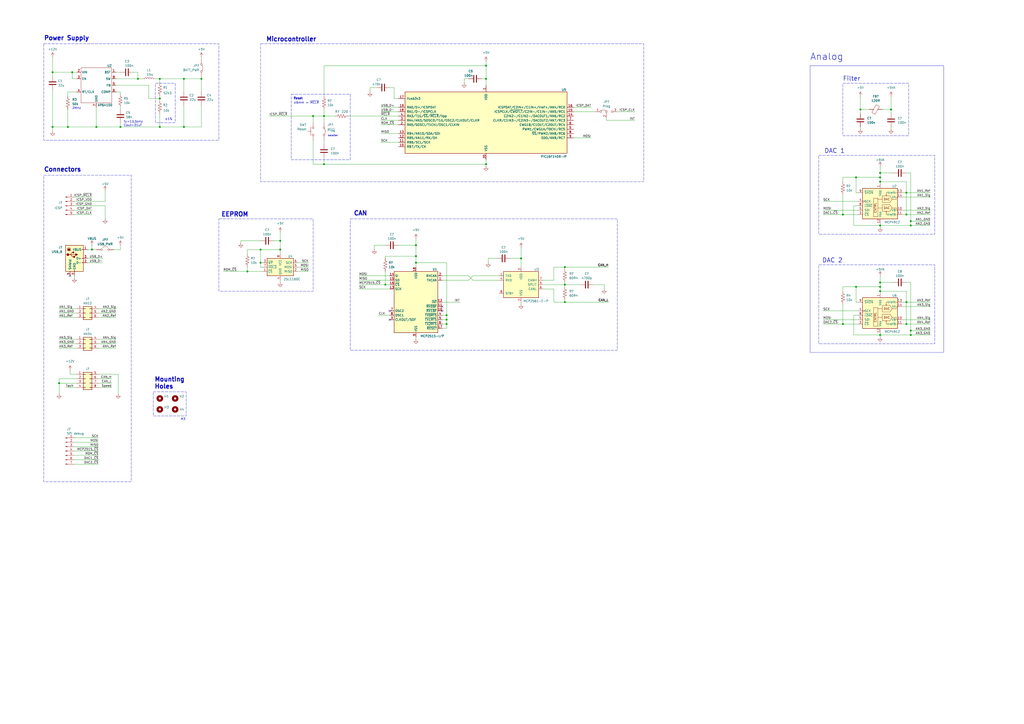
<source format=kicad_sch>
(kicad_sch (version 20250114) (generator "eeschema") (generator_version "9.0")
  (paper "A2")
  (rectangle (start 488.95 48.26) (end 527.05 78.74) (stroke (width 0) (type dash)))
  (rectangle (start 25.4 25.4) (end 127 81.28) (stroke (width 0) (type dash)))
  (rectangle (start 127 127) (end 181.61 168.91) (stroke (width 0) (type dash)))
  (rectangle (start 88.9 227.33) (end 107.95 241.3) (stroke (width 0) (type dash)))
  (rectangle (start 90.17 48.26) (end 101.6 71.12) (stroke (width 0) (type dash)))
  (rectangle (start 168.91 54.61) (end 203.2 92.71) (stroke (width 0) (type dash)))
  (rectangle (start 474.98 153.67) (end 542.29 199.39) (stroke (width 0) (type dash)))
  (rectangle (start 203.2 127) (end 358.14 203.2) (stroke (width 0) (type dash)))
  (rectangle (start 25.4 101.6) (end 76.2 279.4) (stroke (width 0) (type dash)))
  (rectangle (start 474.98 90.17) (end 542.29 135.89) (stroke (width 0) (type dash)))
  (rectangle (start 151.13 25.4) (end 373.38 105.41) (stroke (width 0) (type dash)))
  (rectangle (start 469.9 38.1) (end 547.37 204.47))
  (text "Connectors" (at 25.4 98.425 0) (effects (font (size 2.54 2.54) (thickness 0.508) (bold yes)) (justify left)))
  (text "Power Supply" (at 25.4 22.225 0) (effects (font (size 2.54 2.54) (thickness 0.508) (bold yes)) (justify left)))
  (text "CAN" (at 205.105 123.825 0) (effects (font (size 2.54 2.54) (thickness 0.508) (bold yes)) (justify left)))
  (text "2MHz\n" (at 44.45 62.865 0) (effects (font (size 1.27 1.27))))
  (text "±1%" (at 97.79 69.215 0) (effects (font (size 1.27 1.27))))
  (text "Reset" (at 170.18 57.15 0) (effects (font (size 1.27 1.27) (thickness 0.254) (bold yes)) (justify left)))
  (text "fc=13.5kHz\nCout=31uF" (at 71.755 71.755 0) (effects (font (size 1.27 1.27)) (justify left)))
  (text "Mounting\nHoles" (at 89.535 222.25 0) (effects (font (size 2.54 2.54) (thickness 0.508) (bold yes)) (justify left)))
  (text "Filter\n" (at 494.03 45.72 0) (effects (font (size 2.54 2.54) (thickness 0.254) (bold yes))))
  (text "M3\n" (at 104.775 243.205 0) (effects (font (size 1.27 1.27)) (justify left)))
  (text "EEPROM" (at 128.27 124.46 0) (effects (font (size 2.54 2.54) (thickness 0.508) (bold yes)) (justify left)))
  (text "≤6mm ↔ ~{MCLR}" (at 170.18 59.69 0) (effects (font (size 1.27 1.27)) (justify left)))
  (text "DAC 1" (at 478.155 87.63 0) (effects (font (size 2.54 2.54) (thickness 0.254) (bold yes)) (justify left)))
  (text "Microcontroller" (at 154.305 22.86 0) (effects (font (size 2.54 2.54) (thickness 0.508) (bold yes)) (justify left)))
  (text "Analog" (at 469.9 33.02 0) (effects (font (size 3.81 3.81) (thickness 0.254) (bold yes)) (justify left)))
  (text "Isolation" (at 193.04 78.74 0) (effects (font (size 0.889 0.889))))
  (text "DAC 2" (at 476.885 151.13 0) (effects (font (size 2.54 2.54) (thickness 0.254) (bold yes)) (justify left)))
  (junction (at 510.54 166.37))
  (junction (at 106.68 45.72))
  (junction (at 510.54 168.91))
  (junction (at 162.56 144.78))
  (junction (at 510.54 100.33))
  (junction (at 55.88 73.66))
  (junction (at 39.37 73.66))
  (junction (at 528.32 130.81))
  (junction (at 106.68 73.66))
  (junction (at 259.08 185.42))
  (junction (at 499.11 63.5))
  (junction (at 34.29 222.25))
  (junction (at 496.57 166.37))
  (junction (at 162.56 139.7))
  (junction (at 525.78 111.76))
  (junction (at 488.95 187.96))
  (junction (at 92.71 73.66))
  (junction (at 281.94 38.1))
  (junction (at 116.84 45.72))
  (junction (at 259.08 182.88))
  (junction (at 327.66 165.1))
  (junction (at 281.94 45.72))
  (junction (at 53.34 144.78))
  (junction (at 488.95 124.46))
  (junction (at 510.54 130.81))
  (junction (at 281.94 95.25))
  (junction (at 30.48 41.91))
  (junction (at 241.3 142.24))
  (junction (at 516.89 63.5))
  (junction (at 80.01 45.72))
  (junction (at 187.96 67.31))
  (junction (at 510.54 102.87))
  (junction (at 525.78 124.46))
  (junction (at 510.54 194.31))
  (junction (at 92.71 57.15))
  (junction (at 528.32 191.77))
  (junction (at 525.78 175.26))
  (junction (at 30.48 73.66))
  (junction (at 92.71 45.72))
  (junction (at 241.3 152.4))
  (junction (at 327.66 175.26))
  (junction (at 302.26 149.86))
  (junction (at 327.66 154.94))
  (junction (at 151.13 152.4))
  (junction (at 41.91 41.91))
  (junction (at 510.54 163.83))
  (junction (at 143.51 157.48))
  (junction (at 241.3 148.59))
  (junction (at 496.57 102.87))
  (junction (at 223.52 165.1))
  (junction (at 151.13 144.78))
  (junction (at 528.32 194.31))
  (junction (at 510.54 105.41))
  (junction (at 69.85 73.66))
  (junction (at 525.78 187.96))
  (junction (at 187.96 95.25))
  (junction (at 181.61 67.31))
  (junction (at 259.08 187.96))
  (junction (at 528.32 128.27))
  (no_connect (at 40.64 160.02))
  (no_connect (at 256.54 177.8))
  (no_connect (at 226.06 185.42))
  (no_connect (at 226.06 180.34))
  (no_connect (at 256.54 180.34))
  (wire (pts (xy 256.54 162.56) (xy 271.78 162.56)))
  (wire (pts (xy 187.96 95.25) (xy 187.96 91.44)))
  (wire (pts (xy 241.3 142.24) (xy 241.3 148.59)))
  (wire (pts (xy 44.45 222.25) (xy 34.29 222.25)))
  (wire (pts (xy 57.15 219.71) (xy 64.77 219.71)))
  (wire (pts (xy 106.68 45.72) (xy 116.84 45.72)))
  (wire (pts (xy 495.3 182.88) (xy 497.84 182.88)))
  (wire (pts (xy 259.08 187.96) (xy 259.08 185.42)))
  (wire (pts (xy 495.3 119.38) (xy 497.84 119.38)))
  (wire (pts (xy 187.96 38.1) (xy 281.94 38.1)))
  (wire (pts (xy 256.54 187.96) (xy 259.08 187.96)))
  (wire (pts (xy 44.45 41.91) (xy 41.91 41.91)))
  (wire (pts (xy 332.74 80.01) (xy 342.9 80.01)))
  (wire (pts (xy 53.34 142.24) (xy 53.34 144.78)))
  (wire (pts (xy 510.54 168.91) (xy 510.54 170.18)))
  (wire (pts (xy 241.3 195.58) (xy 241.3 196.85)))
  (wire (pts (xy 60.96 116.84) (xy 60.96 110.49)))
  (wire (pts (xy 67.31 53.34) (xy 69.85 53.34)))
  (wire (pts (xy 80.01 45.72) (xy 82.55 45.72)))
  (wire (pts (xy 523.24 114.3) (xy 539.75 114.3)))
  (wire (pts (xy 50.8 149.86) (xy 59.69 149.86)))
  (wire (pts (xy 152.4 152.4) (xy 151.13 152.4)))
  (wire (pts (xy 288.29 149.86) (xy 283.21 149.86)))
  (wire (pts (xy 496.57 175.26) (xy 496.57 166.37)))
  (wire (pts (xy 321.31 175.26) (xy 321.31 167.64)))
  (wire (pts (xy 525.78 124.46) (xy 539.75 124.46)))
  (wire (pts (xy 488.95 187.96) (xy 497.84 187.96)))
  (wire (pts (xy 528.32 128.27) (xy 539.75 128.27)))
  (wire (pts (xy 143.51 144.78) (xy 151.13 144.78)))
  (wire (pts (xy 92.71 73.66) (xy 106.68 73.66)))
  (wire (pts (xy 187.96 38.1) (xy 187.96 55.88)))
  (wire (pts (xy 351.79 69.85) (xy 368.3 69.85)))
  (wire (pts (xy 523.24 124.46) (xy 525.78 124.46)))
  (wire (pts (xy 44.45 53.34) (xy 39.37 53.34)))
  (wire (pts (xy 477.52 180.34) (xy 497.84 180.34)))
  (wire (pts (xy 510.54 193.04) (xy 510.54 194.31)))
  (wire (pts (xy 516.89 66.04) (xy 516.89 63.5)))
  (wire (pts (xy 259.08 185.42) (xy 259.08 182.88)))
  (wire (pts (xy 510.54 194.31) (xy 510.54 195.58)))
  (wire (pts (xy 525.78 168.91) (xy 510.54 168.91)))
  (wire (pts (xy 69.85 53.34) (xy 69.85 54.61)))
  (wire (pts (xy 66.04 144.78) (xy 69.85 144.78)))
  (wire (pts (xy 223.52 165.1) (xy 223.52 157.48)))
  (wire (pts (xy 34.29 222.25) (xy 34.29 228.6)))
  (wire (pts (xy 44.45 219.71) (xy 34.29 219.71)))
  (wire (pts (xy 43.18 261.62) (xy 57.15 261.62)))
  (wire (pts (xy 344.17 165.1) (xy 350.52 165.1)))
  (wire (pts (xy 220.98 82.55) (xy 231.14 82.55)))
  (wire (pts (xy 495.3 130.81) (xy 510.54 130.81)))
  (wire (pts (xy 34.29 184.15) (xy 44.45 184.15)))
  (wire (pts (xy 528.32 130.81) (xy 510.54 130.81)))
  (wire (pts (xy 208.28 165.1) (xy 223.52 165.1)))
  (wire (pts (xy 528.32 128.27) (xy 528.32 130.81)))
  (wire (pts (xy 43.18 264.16) (xy 57.15 264.16)))
  (wire (pts (xy 497.84 111.76) (xy 496.57 111.76)))
  (wire (pts (xy 30.48 41.91) (xy 30.48 44.45)))
  (wire (pts (xy 220.98 69.85) (xy 231.14 69.85)))
  (wire (pts (xy 208.28 160.02) (xy 226.06 160.02)))
  (wire (pts (xy 525.78 105.41) (xy 525.78 111.76)))
  (wire (pts (xy 496.57 102.87) (xy 510.54 102.87)))
  (wire (pts (xy 57.15 196.85) (xy 67.31 196.85)))
  (wire (pts (xy 496.57 111.76) (xy 496.57 102.87)))
  (wire (pts (xy 525.78 168.91) (xy 525.78 175.26)))
  (wire (pts (xy 219.71 182.88) (xy 226.06 182.88)))
  (wire (pts (xy 327.66 165.1) (xy 327.66 166.37)))
  (wire (pts (xy 477.52 185.42) (xy 497.84 185.42)))
  (wire (pts (xy 321.31 154.94) (xy 321.31 162.56)))
  (wire (pts (xy 39.37 53.34) (xy 39.37 55.88)))
  (wire (pts (xy 499.11 63.5) (xy 504.19 63.5)))
  (wire (pts (xy 92.71 66.04) (xy 92.71 73.66)))
  (wire (pts (xy 57.15 217.17) (xy 68.58 217.17)))
  (wire (pts (xy 143.51 147.32) (xy 143.51 144.78)))
  (wire (pts (xy 332.74 62.23) (xy 342.9 62.23)))
  (wire (pts (xy 281.94 45.72) (xy 279.4 45.72)))
  (wire (pts (xy 281.94 49.53) (xy 281.94 45.72)))
  (wire (pts (xy 241.3 148.59) (xy 241.3 152.4)))
  (wire (pts (xy 525.78 175.26) (xy 539.75 175.26)))
  (wire (pts (xy 156.21 67.31) (xy 181.61 67.31)))
  (wire (pts (xy 525.78 111.76) (xy 539.75 111.76)))
  (wire (pts (xy 510.54 163.83) (xy 510.54 166.37)))
  (wire (pts (xy 68.58 217.17) (xy 68.58 228.6)))
  (wire (pts (xy 495.3 130.81) (xy 495.3 119.38)))
  (wire (pts (xy 39.37 63.5) (xy 39.37 73.66)))
  (wire (pts (xy 43.18 114.3) (xy 53.34 114.3)))
  (wire (pts (xy 217.17 142.24) (xy 217.17 144.78)))
  (wire (pts (xy 92.71 45.72) (xy 92.71 48.26)))
  (wire (pts (xy 510.54 160.02) (xy 510.54 163.83)))
  (wire (pts (xy 528.32 191.77) (xy 528.32 194.31)))
  (wire (pts (xy 60.96 119.38) (xy 60.96 127)))
  (wire (pts (xy 231.14 57.15) (xy 228.6 57.15)))
  (wire (pts (xy 528.32 100.33) (xy 528.32 128.27)))
  (wire (pts (xy 151.13 154.94) (xy 151.13 152.4)))
  (wire (pts (xy 525.78 105.41) (xy 510.54 105.41)))
  (wire (pts (xy 528.32 163.83) (xy 528.32 191.77)))
  (wire (pts (xy 151.13 144.78) (xy 162.56 144.78)))
  (wire (pts (xy 327.66 165.1) (xy 336.55 165.1)))
  (wire (pts (xy 143.51 157.48) (xy 143.51 154.94)))
  (wire (pts (xy 516.89 73.66) (xy 516.89 74.93)))
  (wire (pts (xy 525.78 187.96) (xy 539.75 187.96)))
  (wire (pts (xy 162.56 139.7) (xy 162.56 144.78)))
  (wire (pts (xy 172.72 157.48) (xy 179.07 157.48)))
  (wire (pts (xy 106.68 73.66) (xy 116.84 73.66)))
  (wire (pts (xy 327.66 154.94) (xy 353.06 154.94)))
  (wire (pts (xy 228.6 50.8) (xy 226.06 50.8)))
  (wire (pts (xy 327.66 175.26) (xy 353.06 175.26)))
  (wire (pts (xy 116.84 60.96) (xy 116.84 73.66)))
  (wire (pts (xy 55.88 62.23) (xy 55.88 73.66)))
  (wire (pts (xy 332.74 64.77) (xy 345.44 64.77)))
  (wire (pts (xy 295.91 149.86) (xy 302.26 149.86)))
  (wire (pts (xy 34.29 181.61) (xy 44.45 181.61)))
  (wire (pts (xy 41.91 45.72) (xy 41.91 41.91)))
  (wire (pts (xy 223.52 149.86) (xy 223.52 148.59)))
  (wire (pts (xy 228.6 57.15) (xy 228.6 50.8)))
  (wire (pts (xy 327.66 173.99) (xy 327.66 175.26)))
  (wire (pts (xy 214.63 50.8) (xy 214.63 53.34)))
  (wire (pts (xy 30.48 73.66) (xy 30.48 76.2)))
  (wire (pts (xy 488.95 102.87) (xy 496.57 102.87)))
  (wire (pts (xy 314.96 165.1) (xy 327.66 165.1)))
  (wire (pts (xy 44.45 217.17) (xy 40.64 217.17)))
  (wire (pts (xy 283.21 149.86) (xy 283.21 152.4)))
  (wire (pts (xy 528.32 194.31) (xy 539.75 194.31)))
  (wire (pts (xy 181.61 67.31) (xy 181.61 71.12)))
  (wire (pts (xy 92.71 57.15) (xy 86.36 57.15)))
  (wire (pts (xy 259.08 152.4) (xy 259.08 182.88)))
  (wire (pts (xy 38.1 224.79) (xy 44.45 224.79)))
  (wire (pts (xy 92.71 45.72) (xy 106.68 45.72)))
  (wire (pts (xy 43.18 269.24) (xy 57.15 269.24)))
  (wire (pts (xy 57.15 222.25) (xy 64.77 222.25)))
  (wire (pts (xy 187.96 81.28) (xy 187.96 83.82)))
  (wire (pts (xy 259.08 152.4) (xy 241.3 152.4)))
  (wire (pts (xy 86.36 49.53) (xy 67.31 49.53)))
  (wire (pts (xy 510.54 105.41) (xy 510.54 106.68)))
  (wire (pts (xy 57.15 224.79) (xy 64.77 224.79)))
  (wire (pts (xy 40.64 217.17) (xy 40.64 214.63)))
  (wire (pts (xy 220.98 77.47) (xy 231.14 77.47)))
  (wire (pts (xy 226.06 165.1) (xy 223.52 165.1)))
  (wire (pts (xy 30.48 33.02) (xy 30.48 41.91)))
  (wire (pts (xy 34.29 201.93) (xy 44.45 201.93)))
  (wire (pts (xy 181.61 67.31) (xy 187.96 67.31)))
  (wire (pts (xy 528.32 194.31) (xy 510.54 194.31)))
  (wire (pts (xy 223.52 148.59) (xy 241.3 148.59)))
  (wire (pts (xy 34.29 196.85) (xy 44.45 196.85)))
  (wire (pts (xy 92.71 57.15) (xy 92.71 58.42)))
  (wire (pts (xy 525.78 175.26) (xy 525.78 187.96)))
  (wire (pts (xy 510.54 96.52) (xy 510.54 100.33)))
  (wire (pts (xy 50.8 144.78) (xy 53.34 144.78)))
  (wire (pts (xy 256.54 190.5) (xy 259.08 190.5)))
  (wire (pts (xy 129.54 157.48) (xy 143.51 157.48)))
  (wire (pts (xy 321.31 167.64) (xy 314.96 167.64)))
  (wire (pts (xy 528.32 130.81) (xy 539.75 130.81)))
  (wire (pts (xy 495.3 194.31) (xy 510.54 194.31)))
  (wire (pts (xy 218.44 50.8) (xy 214.63 50.8)))
  (wire (pts (xy 281.94 95.25) (xy 281.94 96.52)))
  (wire (pts (xy 358.14 64.77) (xy 368.3 64.77)))
  (wire (pts (xy 499.11 55.88) (xy 499.11 63.5)))
  (wire (pts (xy 55.88 73.66) (xy 39.37 73.66)))
  (wire (pts (xy 510.54 100.33) (xy 518.16 100.33)))
  (wire (pts (xy 43.18 259.08) (xy 57.15 259.08)))
  (wire (pts (xy 516.89 55.88) (xy 516.89 63.5)))
  (wire (pts (xy 528.32 191.77) (xy 539.75 191.77)))
  (wire (pts (xy 43.18 256.54) (xy 57.15 256.54)))
  (wire (pts (xy 510.54 166.37) (xy 510.54 168.91)))
  (wire (pts (xy 488.95 168.91) (xy 488.95 166.37)))
  (wire (pts (xy 57.15 181.61) (xy 67.31 181.61)))
  (wire (pts (xy 201.93 67.31) (xy 231.14 67.31)))
  (wire (pts (xy 106.68 45.72) (xy 106.68 53.34)))
  (wire (pts (xy 523.24 175.26) (xy 525.78 175.26)))
  (wire (pts (xy 181.61 81.28) (xy 181.61 95.25)))
  (wire (pts (xy 92.71 73.66) (xy 69.85 73.66)))
  (wire (pts (xy 488.95 166.37) (xy 496.57 166.37)))
  (wire (pts (xy 220.98 64.77) (xy 231.14 64.77)))
  (wire (pts (xy 488.95 124.46) (xy 497.84 124.46)))
  (wire (pts (xy 69.85 62.23) (xy 69.85 63.5)))
  (wire (pts (xy 172.72 154.94) (xy 179.07 154.94)))
  (wire (pts (xy 510.54 102.87) (xy 510.54 105.41)))
  (wire (pts (xy 57.15 179.07) (xy 67.31 179.07)))
  (wire (pts (xy 44.45 45.72) (xy 41.91 45.72)))
  (wire (pts (xy 496.57 166.37) (xy 510.54 166.37)))
  (wire (pts (xy 77.47 41.91) (xy 80.01 41.91)))
  (wire (pts (xy 274.32 160.02) (xy 271.78 162.56)))
  (wire (pts (xy 90.17 45.72) (xy 92.71 45.72)))
  (wire (pts (xy 327.66 163.83) (xy 327.66 165.1)))
  (wire (pts (xy 523.24 121.92) (xy 539.75 121.92)))
  (wire (pts (xy 488.95 113.03) (xy 488.95 124.46)))
  (wire (pts (xy 269.24 45.72) (xy 271.78 45.72)))
  (wire (pts (xy 523.24 177.8) (xy 539.75 177.8)))
  (wire (pts (xy 162.56 162.56) (xy 162.56 163.83)))
  (wire (pts (xy 256.54 182.88) (xy 259.08 182.88)))
  (wire (pts (xy 162.56 144.78) (xy 162.56 147.32)))
  (wire (pts (xy 151.13 144.78) (xy 151.13 152.4)))
  (wire (pts (xy 57.15 201.93) (xy 67.31 201.93)))
  (wire (pts (xy 510.54 130.81) (xy 510.54 132.08)))
  (wire (pts (xy 57.15 199.39) (xy 67.31 199.39)))
  (wire (pts (xy 34.29 179.07) (xy 44.45 179.07)))
  (wire (pts (xy 92.71 55.88) (xy 92.71 57.15)))
  (wire (pts (xy 281.94 92.71) (xy 281.94 95.25)))
  (wire (pts (xy 116.84 45.72) (xy 116.84 53.34)))
  (wire (pts (xy 477.52 187.96) (xy 488.95 187.96)))
  (wire (pts (xy 67.31 45.72) (xy 80.01 45.72)))
  (wire (pts (xy 43.18 266.7) (xy 57.15 266.7)))
  (wire (pts (xy 495.3 194.31) (xy 495.3 182.88)))
  (wire (pts (xy 34.29 219.71) (xy 34.29 222.25)))
  (wire (pts (xy 80.01 41.91) (xy 80.01 45.72)))
  (wire (pts (xy 208.28 167.64) (xy 226.06 167.64)))
  (wire (pts (xy 69.85 73.66) (xy 55.88 73.66)))
  (wire (pts (xy 158.75 139.7) (xy 162.56 139.7)))
  (wire (pts (xy 220.98 72.39) (xy 231.14 72.39)))
  (wire (pts (xy 67.31 41.91) (xy 69.85 41.91)))
  (wire (pts (xy 162.56 134.62) (xy 162.56 139.7)))
  (wire (pts (xy 187.96 95.25) (xy 281.94 95.25)))
  (wire (pts (xy 69.85 71.12) (xy 69.85 73.66)))
  (wire (pts (xy 525.78 100.33) (xy 528.32 100.33)))
  (wire (pts (xy 223.52 142.24) (xy 217.17 142.24)))
  (wire (pts (xy 327.66 154.94) (xy 321.31 154.94)))
  (wire (pts (xy 327.66 175.26) (xy 321.31 175.26)))
  (wire (pts (xy 241.3 138.43) (xy 241.3 142.24)))
  (wire (pts (xy 510.54 100.33) (xy 510.54 102.87)))
  (wire (pts (xy 43.18 116.84) (xy 60.96 116.84)))
  (wire (pts (xy 187.96 67.31) (xy 194.31 67.31)))
  (wire (pts (xy 523.24 111.76) (xy 525.78 111.76)))
  (wire (pts (xy 50.8 152.4) (xy 59.69 152.4)))
  (wire (pts (xy 57.15 184.15) (xy 67.31 184.15)))
  (wire (pts (xy 30.48 52.07) (xy 30.48 73.66)))
  (wire (pts (xy 43.18 119.38) (xy 60.96 119.38)))
  (wire (pts (xy 187.96 67.31) (xy 187.96 71.12)))
  (wire (pts (xy 499.11 73.66) (xy 499.11 74.93)))
  (wire (pts (xy 241.3 152.4) (xy 241.3 154.94)))
  (wire (pts (xy 181.61 95.25) (xy 187.96 95.25)))
  (wire (pts (xy 172.72 152.4) (xy 179.07 152.4)))
  (wire (pts (xy 321.31 162.56) (xy 314.96 162.56)))
  (wire (pts (xy 106.68 60.96) (xy 106.68 73.66)))
  (wire (pts (xy 116.84 44.45) (xy 116.84 45.72)))
  (wire (pts (xy 41.91 41.91) (xy 30.48 41.91)))
  (wire (pts (xy 43.18 124.46) (xy 53.34 124.46)))
  (wire (pts (xy 523.24 185.42) (xy 539.75 185.42)))
  (wire (pts (xy 43.18 160.02) (xy 43.18 161.29)))
  (wire (pts (xy 152.4 154.94) (xy 151.13 154.94)))
  (wire (pts (xy 231.14 142.24) (xy 241.3 142.24)))
  (wire (pts (xy 516.89 63.5) (xy 511.81 63.5)))
  (wire (pts (xy 256.54 160.02) (xy 271.78 160.02)))
  (wire (pts (xy 488.95 105.41) (xy 488.95 102.87)))
  (wire (pts (xy 488.95 176.53) (xy 488.95 187.96)))
  (wire (pts (xy 269.24 48.26) (xy 269.24 45.72)))
  (wire (pts (xy 327.66 156.21) (xy 327.66 154.94)))
  (wire (pts (xy 499.11 63.5) (xy 499.11 66.04)))
  (wire (pts (xy 302.26 175.26) (xy 302.26 176.53)))
  (wire (pts (xy 523.24 187.96) (xy 525.78 187.96)))
  (wire (pts (xy 43.18 254) (xy 57.15 254)))
  (wire (pts (xy 34.29 199.39) (xy 44.45 199.39)))
  (wire (pts (xy 350.52 165.1) (xy 350.52 167.64)))
  (wire (pts (xy 477.52 124.46) (xy 488.95 124.46)))
  (wire (pts (xy 139.7 139.7) (xy 139.7 140.97)))
  (wire (pts (xy 86.36 57.15) (xy 86.36 49.53)))
  (wire (pts (xy 139.7 139.7) (xy 151.13 139.7)))
  (wire (pts (xy 497.84 175.26) (xy 496.57 175.26)))
  (wire (pts (xy 351.79 68.58) (xy 351.79 69.85)))
  (wire (pts (xy 281.94 38.1) (xy 281.94 45.72)))
  (wire (pts (xy 302.26 143.51) (xy 302.26 149.86)))
  (wire (pts (xy 152.4 157.48) (xy 143.51 157.48)))
  (wire (pts (xy 259.08 190.5) (xy 259.08 187.96)))
  (wire (pts (xy 39.37 73.66) (xy 30.48 73.66)))
  (wire (pts (xy 525.78 163.83) (xy 528.32 163.83)))
  (wire (pts (xy 510.54 163.83) (xy 518.16 163.83)))
  (wire (pts (xy 53.34 144.78) (xy 55.88 144.78)))
  (wire (pts (xy 116.84 33.02) (xy 116.84 34.29)))
  (wire (pts (xy 477.52 121.92) (xy 497.84 121.92)))
  (wire (pts (xy 281.94 35.56) (xy 281.94 38.1)))
  (wire (pts (xy 256.54 175.26) (xy 266.7 175.26)))
  (wire (pts (xy 256.54 185.42) (xy 259.08 185.42)))
  (wire (pts (xy 510.54 129.54) (xy 510.54 130.81)))
  (wire (pts (xy 220.98 62.23) (xy 231.14 62.23)))
  (wire (pts (xy 274.32 162.56) (xy 289.56 162.56)))
  (wire (pts (xy 477.52 116.84) (xy 497.84 116.84)))
  (wire (pts (xy 208.28 162.56) (xy 226.06 162.56)))
  (wire (pts (xy 274.32 160.02) (xy 289.56 160.02)))
  (wire (pts (xy 69.85 144.78) (xy 69.85 142.24)))
  (wire (pts (xy 271.78 160.02) (xy 274.32 162.56)))
  (wire (pts (xy 525.78 111.76) (xy 525.78 124.46)))
  (wire (pts (xy 187.96 63.5) (xy 187.96 67.31)))
  (wire (pts (xy 43.18 121.92) (xy 53.34 121.92)))
  (wire (pts (xy 302.26 149.86) (xy 302.26 154.94)))
  (label "DAC1_~{CS}" (at 477.52 124.46 0))
  (label "MISO" (at 57.15 259.08 180))
  (label "CAN_H" (at 353.06 154.94 180) (effects (font (thickness 0.254) (bold yes))))
  (label "AN4_GND" (at 67.31 199.39 180) (effects (font (thickness 0.1588))))
  (label "SCK" (at 179.07 152.4 180) (effects (font (thickness 0.1588))))
  (label "Speed" (at 64.77 224.79 180) (effects (font (thickness 0.1588))))
  (label "CLK" (at 220.98 69.85 0))
  (label "MOSI" (at 342.9 80.01 180) (effects (font (thickness 0.1588))))
  (label "AN4_Ref" (at 539.75 187.96 180))
  (label "ICSP_DAT" (at 342.9 62.23 180))
  (label "CAN_L" (at 64.77 222.25 180))
  (label "AN3_Ref" (at 539.75 175.26 180))
  (label "ROM_~{CS}" (at 129.54 157.48 0) (effects (font (thickness 0.1588))))
  (label "AN2_GND" (at 539.75 130.81 180) (effects (font (thickness 0.1588))))
  (label "MOSI" (at 208.28 160.02 0) (effects (font (thickness 0.1588))))
  (label "AN3_Sig" (at 34.29 196.85 0) (effects (font (thickness 0.1588))))
  (label "AN2_Ref" (at 67.31 184.15 180) (effects (font (thickness 0.1588))))
  (label "AN3_GND" (at 539.75 194.31 180) (effects (font (thickness 0.1588))))
  (label "AN1_Sig" (at 539.75 114.3 180))
  (label "MCP2515_~{CS}" (at 57.15 261.62 180))
  (label "AN2_GND" (at 67.31 181.61 180) (effects (font (thickness 0.1588))))
  (label "INT" (at 368.3 69.85 180))
  (label "CLK" (at 219.71 182.88 0))
  (label "MISO" (at 179.07 157.48 180) (effects (font (thickness 0.1588))))
  (label "INT" (at 266.7 175.26 180) (effects (font (thickness 0.1588))))
  (label "MOSI" (at 179.07 154.94 180) (effects (font (thickness 0.1588))))
  (label "ICSP_CLK" (at 53.34 124.46 180))
  (label "AN2_Sig" (at 67.31 179.07 180) (effects (font (thickness 0.1588))))
  (label "SCK" (at 220.98 82.55 0) (effects (font (thickness 0.1588))))
  (label "Tach" (at 38.1 224.79 0) (effects (font (thickness 0.1588))))
  (label "MCP2515_~{CS}" (at 208.28 165.1 0) (effects (font (thickness 0.1588))))
  (label "AN1_Ref" (at 34.29 184.15 0) (effects (font (thickness 0.1588))))
  (label "ICSP_CLK" (at 368.3 64.77 180))
  (label "USB_D+" (at 220.98 62.23 0))
  (label "SCK" (at 477.52 180.34 0) (effects (font (thickness 0.1588))))
  (label "AN1_Ref" (at 539.75 111.76 180))
  (label "AN4_Ref" (at 67.31 201.93 180) (effects (font (thickness 0.1588))))
  (label "ROM_~{CS}" (at 57.15 264.16 180))
  (label "AN1_Sig" (at 34.29 179.07 0) (effects (font (thickness 0.1588))))
  (label "AN1_GND" (at 34.29 181.61 0) (effects (font (thickness 0.1588))))
  (label "USB_D-" (at 220.98 64.77 0))
  (label "SCK" (at 57.15 254 180))
  (label "AN4_Sig" (at 67.31 196.85 180) (effects (font (thickness 0.1588))))
  (label "MOSI" (at 477.52 121.92 0))
  (label "AN4_Sig" (at 539.75 185.42 180))
  (label "MISO" (at 208.28 162.56 0) (effects (font (thickness 0.1588))))
  (label "DAC1_~{CS}" (at 57.15 266.7 180))
  (label "MOSI" (at 57.15 256.54 180))
  (label "~{MCLR}" (at 220.98 67.31 0))
  (label "AN2_Ref" (at 539.75 124.46 180))
  (label "AN3_GND" (at 539.75 191.77 180) (effects (font (thickness 0.1588))))
  (label "AN3_Sig" (at 539.75 177.8 180))
  (label "DAC2_~{CS}" (at 57.15 269.24 180))
  (label "USB_D-" (at 59.69 152.4 180))
  (label "ICSP_VDD" (at 53.34 116.84 180))
  (label "AN2_Sig" (at 539.75 121.92 180))
  (label "USB_D+" (at 59.69 149.86 180))
  (label "SCK" (at 208.28 167.64 0) (effects (font (thickness 0.1588))))
  (label "ICSP_GND" (at 53.34 119.38 180))
  (label "ROM_~{CS}" (at 220.98 72.39 0))
  (label "ICSP_DAT" (at 53.34 121.92 180))
  (label "ICSP_~{MCLR}" (at 53.34 114.3 180))
  (label "MISO" (at 220.98 77.47 0) (effects (font (thickness 0.1588))))
  (label "AN3_GND" (at 34.29 199.39 0) (effects (font (thickness 0.1588))))
  (label "ICSP_~{MCLR}" (at 156.21 67.31 0))
  (label "MOSI" (at 477.52 185.42 0))
  (label "AN1_GND" (at 539.75 128.27 180) (effects (font (thickness 0.1588))))
  (label "CAN_L" (at 353.06 175.26 180) (effects (font (thickness 0.254) (bold yes))))
  (label "SCK" (at 477.52 116.84 0) (effects (font (thickness 0.1588))))
  (label "DAC2_~{CS}" (at 477.52 187.96 0))
  (label "CAN_H" (at 64.77 219.71 180) (effects (font (thickness 0.1588))))
  (label "AN3_Ref" (at 34.29 201.93 0) (effects (font (thickness 0.1588))))
  (symbol (lib_id "power:GND") (at 241.3 196.85 0) (unit 1)
    (property "Reference" "#PWR028" (effects (hide yes)))
    (property "Value" "GND" (effects (hide yes)))
    (property "Description" "Power symbol creates a global label with name \"GND\" , ground" (effects (hide yes)))
  )
  (symbol (lib_id "Connector:USB_B") (at 43.18 149.86 0) (unit 1)
    (property "Reference" "J?" (at 36.195 143.51 0) (effects (justify right)))
    (property "Value" "USB_B" (at 36.195 146.05 0) (effects (justify right)))
    (property "Description" "USB Type B connector" (effects (hide yes)))
  )
  (symbol (lib_id "Device:C") (at 340.36 165.1 90) (unit 1)
    (property "Reference" "C?" (at 340.36 158.75 90))
    (property "Value" "4700p" (at 340.36 161.29 90))
    (property "Description" "Unpolarized capacitor" (effects (hide yes)))
  )
  (symbol (lib_id "Jumper:Jumper_2_Bridged") (at 116.84 39.37 270) (mirror x) (unit 1)
    (property "Reference" "JP?" (at 115.57 38.0999 90) (effects (justify right)))
    (property "Value" "BATT_PWR" (at 115.57 40.6399 90) (effects (justify right)))
    (property "Description" "Jumper, 2-pole, closed/bridged" (effects (hide yes)))
  )
  (symbol (lib_id "power:+12V") (at 40.64 214.63 0) (unit 1)
    (property "Reference" "#PWR029" (effects (hide yes)))
    (property "Value" "+12V" (at 40.64 209.55 0))
    (property "Description" "Power symbol creates a global label with name \"+12V\"" (effects (hide yes)))
  )
  (symbol (lib_id "power:GND") (at 68.58 228.6 0) (unit 1)
    (property "Reference" "#PWR033" (effects (hide yes)))
    (property "Value" "GND" (effects (hide yes)))
    (property "Description" "Power symbol creates a global label with name \"GND\" , ground" (effects (hide yes)))
  )
  (symbol (lib_id "Connector_Generic:Conn_02x03_Top_Bottom") (at 49.53 199.39 0) (unit 1)
    (property "Reference" "J?" (at 50.8 191.135 0))
    (property "Value" "AN34" (at 50.8 193.675 0))
    (property "Footprint" "Connector_Molex:Molex_Mini-Fit_Jr_5569-06A2_2x03_P4.20mm_Horizontal" (effects (hide yes)))
    (property "Datasheet" "https://www.molex.com/en-us/products/part-detail/39301060?display=pdf" (effects (hide yes)))
    (property "Description" "Generic connector, double row, 02x03, top/bottom pin numbering scheme (row 1: 1...pins_per_row, row2: pins_per_row+1 ... num_pins), script generated (kicad-library-utils/schlib/autogen/connector/)" (effects (hide yes)))
  )
  (symbol (lib_id "Device:C") (at 154.94 139.7 90) (unit 1)
    (property "Reference" "C?" (at 154.94 133.35 90))
    (property "Value" "100n" (at 154.94 135.89 90))
    (property "Description" "Unpolarized capacitor" (effects (hide yes)))
  )
  (symbol (lib_id "Jumper:Jumper_2_Bridged") (at 187.96 76.2 270) (mirror x) (unit 1)
    (property "Reference" "JP?" (at 189.865 72.39 90) (effects (justify left)))
    (property "Value" "~{Prog}" (at 189.865 75.565 90) (effects (justify left)))
    (property "Description" "Jumper, 2-pole, closed/bridged" (effects (hide yes)))
  )
  (symbol (lib_id "Device:C") (at 292.1 149.86 90) (unit 1)
    (property "Reference" "C?" (at 292.1 143.51 90))
    (property "Value" "100n" (at 292.1 146.05 90))
    (property "Description" "Unpolarized capacitor" (effects (hide yes)))
  )
  (symbol (lib_id "Device:C") (at 106.68 57.15 180) (unit 1)
    (property "Reference" "C2" (at 111.125 55.245 0))
    (property "Value" "22u" (at 111.76 57.785 0))
    (property "Description" "Unpolarized capacitor" (effects (hide yes)))
  )
  (symbol (lib_id "Device:C") (at 30.48 48.26 0) (unit 1)
    (property "Reference" "C1" (at 34.925 46.99 0))
    (property "Value" "22u" (at 35.56 49.53 0))
    (property "Description" "Unpolarized capacitor" (effects (hide yes)))
  )
  (symbol (lib_id "Memory_EEPROM:25LCxxx") (at 162.56 154.94 0) (unit 1)
    (property "Reference" "U4" (at 167.005 148.59 0) (effects (justify left)))
    (property "Value" "25LC160C" (at 164.465 161.925 0) (effects (justify left)))
    (property "Datasheet" "http://ww1.microchip.com/downloads/en/DeviceDoc/21832H.pdf" (effects (hide yes)))
    (property "Description" "SPI Serial EEPROM, DIP-8/SOIC-8/TSSOP-8" (effects (hide yes)))
  )
  (symbol (lib_id "Jumper:Jumper_3_Bridged12") (at 351.79 64.77 0) (unit 1) (in_bom no)
    (property "Reference" "JP?" (at 351.79 59.055 0))
    (property "Value" "Prog" (at 351.79 61.595 0))
    (property "Description" "Jumper, 3-pole, pins 1+2 closed/bridged" (effects (hide yes)))
  )
  (symbol (lib_id "power:GND") (at 510.54 132.08 0) (unit 1)
    (property "Reference" "#PWR017" (effects (hide yes)))
    (property "Value" "GND" (effects (hide yes)))
    (property "Description" "Power symbol creates a global label with name \"GND\" , ground" (effects (hide yes)))
  )
  (symbol (lib_id "power:GND") (at 510.54 195.58 0) (unit 1)
    (property "Reference" "#PWR019" (effects (hide yes)))
    (property "Value" "GND" (effects (hide yes)))
    (property "Description" "Power symbol creates a global label with name \"GND\" , ground" (effects (hide yes)))
  )
  (symbol (lib_id "power:GND") (at 281.94 96.52 0) (unit 1)
    (property "Reference" "#PWR01" (effects (hide yes)))
    (property "Value" "GND" (effects (hide yes)))
    (property "Description" "Power symbol creates a global label with name \"GND\" , ground" (effects (hide yes)))
  )
  (symbol (lib_id "Device:R_US") (at 223.52 153.67 0) (unit 1)
    (property "Reference" "R?" (at 225.425 152.4 0) (effects (justify left)))
    (property "Value" "10k" (at 225.425 154.94 0) (effects (justify left)))
    (property "Description" "Resistor, US symbol" (effects (hide yes)))
  )
  (symbol (lib_id "Device:R_US") (at 143.51 151.13 0) (unit 1)
    (property "Reference" "R?" (at 145.415 149.86 0) (effects (justify left)))
    (property "Value" "10k" (at 145.415 152.4 0) (effects (justify left)))
    (property "Description" "Resistor, US symbol" (effects (hide yes)))
  )
  (symbol (lib_id "Mechanical:MountingHole") (at 92.71 231.14 0) (unit 1) (exclude_from_sim yes) (in_bom no)
    (property "Reference" "H1" (at 95.25 229.8699 0) (effects (justify left)))
    (property "Value" "MountingHole" (effects (hide yes)))
    (property "Footprint" "MountingHole:MountingHole_3.2mm_M3_DIN965" (effects (hide yes)))
    (property "Description" "Mounting Hole without connection" (effects (hide yes)))
  )
  (symbol (lib_id "Jumper:Jumper_2_Open") (at 60.96 144.78 0) (unit 1)
    (property "Reference" "JP?" (at 60.96 139.065 0))
    (property "Value" "USB_PWR" (at 60.96 141.605 0))
    (property "Description" "Jumper, 2-pole, open" (effects (hide yes)))
  )
  (symbol (lib_id "Device:FerriteBead") (at 508 63.5 90) (unit 1)
    (property "Reference" "FB?" (at 507.9492 55.88 90))
    (property "Value" "120R" (at 507.9492 58.42 90))
    (property "Description" "Ferrite bead" (effects (hide yes)))
  )
  (symbol (lib_id "symbols:AP64100") (at 55.88 49.53 0) (unit 1)
    (property "Reference" "U2" (at 63.5 38.1 0))
    (property "Value" "AP64100" (at 60.96 60.96 0))
    (property "Footprint" "Package_SO:Diodes_SO-8EP" (effects (hide yes)))
    (property "Datasheet" "https://www.diodes.com/assets/Datasheets/AP64100.pdf" (effects (hide yes)))
    (property "Description" "3.8V to40V input, 1A low IQ synchronous buck with adjustable frequency" (effects (hide yes)))
  )
  (symbol (lib_id "Device:C") (at 227.33 142.24 90) (unit 1)
    (property "Reference" "C?" (at 227.33 135.89 90))
    (property "Value" "100n" (at 227.33 138.43 90))
    (property "Description" "Unpolarized capacitor" (effects (hide yes)))
  )
  (symbol (lib_id "Connector_Generic:Conn_02x04_Top_Bottom") (at 49.53 219.71 0) (unit 1)
    (property "Reference" "J?" (at 50.8 213.995 0))
    (property "Value" "Conn_02x04_Top_Bottom" (effects (hide yes)))
    (property "Footprint" "Connector_Molex:Molex_Mini-Fit_Jr_5569-08A2_2x04_P4.20mm_Horizontal" (effects (hide yes)))
    (property "Datasheet" "https://www.molex.com/en-us/products/part-detail/39300080?display=pdf" (effects (hide yes)))
    (property "Description" "Generic connector, double row, 02x04, top/bottom pin numbering scheme (row 1: 1...pins_per_row, row2: pins_per_row+1 ... num_pins), script generated (kicad-library-utils/schlib/autogen/connector/)" (effects (hide yes)))
  )
  (symbol (lib_id "Device:R_US") (at 69.85 58.42 180) (unit 1)
    (property "Reference" "R5" (at 73.025 57.15 0))
    (property "Value" "10k" (at 73.66 59.69 0))
    (property "Description" "Resistor, US symbol" (effects (hide yes)))
  )
  (symbol (lib_id "Device:R_US") (at 39.37 59.69 0) (unit 1)
    (property "Reference" "R3" (at 41.91 57.7849 0) (effects (justify left)))
    (property "Value" "50k" (at 41.91 60.3249 0) (effects (justify left)))
    (property "Description" "Resistor, US symbol" (effects (hide yes)))
  )
  (symbol (lib_id "Device:C") (at 187.96 87.63 0) (unit 1)
    (property "Reference" "C?" (at 191.77 86.3599 0) (effects (justify left)))
    (property "Value" "100n" (at 191.77 88.8999 0) (effects (justify left)))
    (property "Description" "Unpolarized capacitor" (effects (hide yes)))
  )
  (symbol (lib_id "Device:R_US") (at 92.71 62.23 180) (unit 1)
    (property "Reference" "R2" (at 95.885 60.96 0))
    (property "Value" "10k" (at 96.52 64.135 0))
    (property "Description" "Resistor, US symbol" (effects (hide yes)))
  )
  (symbol (lib_id "Interface_CAN_LIN:MCP2515-xSO") (at 241.3 175.26 0) (unit 1)
    (property "Reference" "U1" (at 250.825 156.21 0) (effects (justify left)))
    (property "Value" "MCP2515-I/P" (at 243.84 194.945 0) (effects (justify left)))
    (property "Footprint" "Package_SO:SOIC-18W_7.5x11.6mm_P1.27mm" (effects (hide yes)))
    (property "Datasheet" "http://ww1.microchip.com/downloads/en/DeviceDoc/21801e.pdf" (effects (hide yes)))
    (property "Description" "Stand-Alone CAN Controller with SPI Interface, SOIC-18" (effects (hide yes)))
  )
  (symbol (lib_id "power:+5V") (at 69.85 142.24 0) (unit 1)
    (property "Reference" "#PWR032" (effects (hide yes)))
    (property "Value" "+5V" (at 69.85 137.795 0))
    (property "Description" "Power symbol creates a global label with name \"+5V\"" (effects (hide yes)))
  )
  (symbol (lib_id "Device:C") (at 521.97 163.83 90) (unit 1)
    (property "Reference" "C8" (at 521.97 157.48 90))
    (property "Value" "100n" (at 521.97 160.02 90))
    (property "Description" "Unpolarized capacitor" (effects (hide yes)))
  )
  (symbol (lib_id "power:+5V") (at 116.84 33.02 0) (unit 1)
    (property "Reference" "#PWR06" (effects (hide yes)))
    (property "Value" "+5V" (at 116.84 28.575 0))
    (property "Description" "Power symbol creates a global label with name \"+5V\"" (effects (hide yes)))
  )
  (symbol (lib_id "power:GND") (at 499.11 74.93 0) (unit 1)
    (property "Reference" "#PWR012" (effects (hide yes)))
    (property "Value" "GND" (effects (hide yes)))
    (property "Description" "Power symbol creates a global label with name \"GND\" , ground" (effects (hide yes)))
  )
  (symbol (lib_id "Analog_DAC:MCP4912") (at 510.54 116.84 0) (unit 1)
    (property "Reference" "U?" (at 517.525 107.95 0) (effects (justify left)))
    (property "Value" "MCP4912" (at 513.08 128.905 0) (effects (justify left)))
    (property "Datasheet" "http://ww1.microchip.com/downloads/en/DeviceDoc/22250A.pdf" (effects (hide yes)))
    (property "Description" "2-Channel 10-Bit D/A Converters with SPI Interface" (effects (hide yes)))
  )
  (symbol (lib_id "Device:R_US") (at 198.12 67.31 90) (unit 1)
    (property "Reference" "R?" (at 195.58 64.77 90))
    (property "Value" "220" (at 200.025 64.77 90))
    (property "Description" "Resistor, US symbol" (effects (hide yes)))
  )
  (symbol (lib_id "power:GND") (at 34.29 228.6 0) (unit 1)
    (property "Reference" "#PWR030" (effects (hide yes)))
    (property "Value" "GND" (effects (hide yes)))
    (property "Description" "Power symbol creates a global label with name \"GND\" , ground" (effects (hide yes)))
  )
  (symbol (lib_id "power:GND") (at 43.18 161.29 0) (unit 1)
    (property "Reference" "#PWR08" (effects (hide yes)))
    (property "Value" "GND" (effects (hide yes)))
    (property "Description" "Power symbol creates a global label with name \"GND\" , ground" (effects (hide yes)))
  )
  (symbol (lib_id "power:GND") (at 350.52 167.64 0) (unit 1)
    (property "Reference" "#PWR022" (effects (hide yes)))
    (property "Value" "GND" (effects (hide yes)))
    (property "Description" "Power symbol creates a global label with name \"GND\" , ground" (effects (hide yes)))
  )
  (symbol (lib_id "Device:C") (at 73.66 41.91 270) (unit 1)
    (property "Reference" "C3" (at 73.66 35.56 90))
    (property "Value" "100n" (at 74.93 38.1 90))
    (property "Description" "Unpolarized capacitor" (effects (hide yes)))
  )
  (symbol (lib_id "power:+12V") (at 30.48 33.02 0) (unit 1)
    (property "Reference" "#PWR04" (effects (hide yes)))
    (property "Value" "+12V" (at 30.48 28.575 0))
    (property "Description" "Power symbol creates a global label with name \"+12V\"" (effects (hide yes)))
  )
  (symbol (lib_id "Interface_CAN_LIN:MCP2561-E-P") (at 302.26 165.1 0) (unit 1)
    (property "Reference" "U3" (at 309.88 156.21 0) (effects (justify left)))
    (property "Value" "MCP2561-E-P" (at 303.53 174.625 0) (effects (justify left)))
    (property "Footprint" "Package_DIP:DIP-8_W7.62mm" (effects (hide yes)))
    (property "Datasheet" "http://ww1.microchip.com/downloads/en/DeviceDoc/25167A.pdf" (effects (hide yes)))
    (property "Description" "High-Speed CAN Transceiver, 1Mbps, 5V supply, SPLIT pin, -40C to +125C, DIP-8" (effects (hide yes)))
  )
  (symbol (lib_id "Mechanical:MountingHole") (at 101.6 237.49 0) (unit 1) (exclude_from_sim yes) (in_bom no)
    (property "Reference" "H4" (at 104.14 237.4899 0) (effects (justify left)))
    (property "Value" "MountingHole" (effects (hide yes)))
    (property "Footprint" "MountingHole:MountingHole_3.2mm_M3_DIN965" (effects (hide yes)))
    (property "Description" "Mounting Hole without connection" (effects (hide yes)))
  )
  (symbol (lib_id "Device:C") (at 516.89 69.85 0) (unit 1)
    (property "Reference" "C?" (at 520.7 68.5799 0) (effects (justify left)))
    (property "Value" "100n" (at 520.7 71.1199 0) (effects (justify left)))
    (property "Description" "Unpolarized capacitor" (effects (hide yes)))
  )
  (symbol (lib_id "Device:R_US") (at 187.96 59.69 0) (unit 1)
    (property "Reference" "R?" (at 189.865 58.42 0) (effects (justify left)))
    (property "Value" "10k" (at 189.865 60.96 0) (effects (justify left)))
    (property "Description" "Resistor, US symbol" (effects (hide yes)))
  )
  (symbol (lib_id "power:+5VA") (at 510.54 160.02 0) (mirror y) (unit 1)
    (property "Reference" "#PWR018" (effects (hide yes)))
    (property "Value" "+5VA" (at 510.54 156.21 0))
    (property "Description" "Power symbol creates a global label with name \"+5VA\"" (effects (hide yes)))
  )
  (symbol (lib_id "power:GND") (at 162.56 163.83 0) (unit 1)
    (property "Reference" "#PWR011" (effects (hide yes)))
    (property "Value" "GND" (effects (hide yes)))
    (property "Description" "Power symbol creates a global label with name \"GND\" , ground" (effects (hide yes)))
  )
  (symbol (lib_id "power:GND") (at 269.24 48.26 0) (unit 1)
    (property "Reference" "#PWR03" (effects (hide yes)))
    (property "Value" "GND" (effects (hide yes)))
    (property "Description" "Power symbol creates a global label with name \"GND\" , ground" (effects (hide yes)))
  )
  (symbol (lib_id "power:GND") (at 283.21 152.4 0) (unit 1)
    (property "Reference" "#PWR024" (effects (hide yes)))
    (property "Value" "GND" (effects (hide yes)))
    (property "Description" "Power symbol creates a global label with name \"GND\" , ground" (effects (hide yes)))
  )
  (symbol (lib_id "Device:R_US") (at 327.66 170.18 0) (unit 1)
    (property "Reference" "R?" (at 330.2 168.9099 0) (effects (justify left)))
    (property "Value" "60R4" (at 330.2 171.4499 0) (effects (justify left)))
    (property "Description" "Resistor, US symbol" (effects (hide yes)))
  )
  (symbol (lib_id "Device:C") (at 275.59 45.72 270) (unit 1)
    (property "Reference" "C6" (at 273.05 41.275 90))
    (property "Value" "100n" (at 271.78 43.815 90))
    (property "Description" "Unpolarized capacitor" (effects (hide yes)))
  )
  (symbol (lib_id "power:+5V") (at 162.56 134.62 0) (unit 1)
    (property "Reference" "#PWR020" (effects (hide yes)))
    (property "Value" "+5V" (at 162.56 129.54 0))
    (property "Description" "Power symbol creates a global label with name \"+5V\"" (effects (hide yes)))
  )
  (symbol (lib_id "power:+5V") (at 241.3 138.43 0) (unit 1)
    (property "Reference" "#PWR027" (effects (hide yes)))
    (property "Value" "+5V" (at 241.3 133.35 0))
    (property "Description" "Power symbol creates a global label with name \"+5V\"" (effects (hide yes)))
  )
  (symbol (lib_id "Connector:Conn_01x05_Pin") (at 38.1 119.38 0) (unit 1)
    (property "Reference" "J?" (at 36.195 117.475 0) (effects (justify right)))
    (property "Value" "ICSP" (at 36.195 120.65 0) (effects (justify right)))
    (property "Description" "Generic connector, single row, 01x05, script generated" (effects (hide yes)))
  )
  (symbol (lib_id "power:GND") (at 60.96 127 0) (unit 1)
    (property "Reference" "#PWR09" (effects (hide yes)))
    (property "Value" "GND" (effects (hide yes)))
    (property "Description" "Power symbol creates a global label with name \"GND\" , ground" (effects (hide yes)))
  )
  (symbol (lib_id "Device:C") (at 69.85 67.31 180) (unit 1)
    (property "Reference" "C5" (at 74.295 65.405 0))
    (property "Value" "58n" (at 74.93 67.945 0))
    (property "Description" "Unpolarized capacitor" (effects (hide yes)))
  )
  (symbol (lib_id "power:GND") (at 139.7 140.97 0) (unit 1)
    (property "Reference" "#PWR021" (effects (hide yes)))
    (property "Value" "GND" (effects (hide yes)))
    (property "Description" "Power symbol creates a global label with name \"GND\" , ground" (effects (hide yes)))
  )
  (symbol (lib_id "Mechanical:MountingHole") (at 101.6 231.14 0) (unit 1) (exclude_from_sim yes) (in_bom no)
    (property "Reference" "H2" (at 104.14 229.8699 0) (effects (justify left)))
    (property "Value" "MountingHole" (effects (hide yes)))
    (property "Footprint" "MountingHole:MountingHole_3.2mm_M3_DIN965" (effects (hide yes)))
    (property "Description" "Mounting Hole without connection" (effects (hide yes)))
  )
  (symbol (lib_id "power:+5V") (at 302.26 143.51 0) (unit 1)
    (property "Reference" "#PWR025" (effects (hide yes)))
    (property "Value" "+5V" (at 302.26 138.43 0))
    (property "Description" "Power symbol creates a global label with name \"+5V\"" (effects (hide yes)))
  )
  (symbol (lib_id "power:VBUS") (at 53.34 142.24 0) (unit 1)
    (property "Reference" "#PWR031" (effects (hide yes)))
    (property "Value" "VBUS" (at 53.34 138.43 0))
    (property "Description" "Power symbol creates a global label with name \"VBUS\"" (effects (hide yes)))
  )
  (symbol (lib_id "power:+5VA") (at 510.54 96.52 0) (mirror y) (unit 1)
    (property "Reference" "#PWR016" (effects (hide yes)))
    (property "Value" "+5VA" (at 510.54 92.71 0))
    (property "Description" "Power symbol creates a global label with name \"+5VA\"" (effects (hide yes)))
  )
  (symbol (lib_id "power:GND") (at 217.17 144.78 0) (unit 1)
    (property "Reference" "#PWR026" (effects (hide yes)))
    (property "Value" "GND" (effects (hide yes)))
    (property "Description" "Power symbol creates a global label with name \"GND\" , ground" (effects (hide yes)))
  )
  (symbol (lib_id "power:GND") (at 30.48 76.2 0) (unit 1)
    (property "Reference" "#PWR05" (effects (hide yes)))
    (property "Value" "GND" (effects (hide yes)))
    (property "Description" "Power symbol creates a global label with name \"GND\" , ground" (effects (hide yes)))
  )
  (symbol (lib_id "Connector:Conn_01x07_Pin") (at 38.1 261.62 0) (unit 1)
    (property "Reference" "J?" (at 38.735 248.92 0) (effects (justify left)))
    (property "Value" "SPI debug" (at 38.735 251.46 0) (effects (justify left)))
    (property "Description" "Generic connector, single row, 01x07, script generated" (effects (hide yes)))
  )
  (symbol (lib_id "Mechanical:MountingHole") (at 92.71 237.49 0) (unit 1) (exclude_from_sim yes) (in_bom no)
    (property "Reference" "H3" (at 95.25 236.2199 0) (effects (justify left)))
    (property "Value" "MountingHole" (effects (hide yes)))
    (property "Footprint" "MountingHole:MountingHole_3.2mm_M3_DIN965" (effects (hide yes)))
    (property "Description" "Mounting Hole without connection" (effects (hide yes)))
  )
  (symbol (lib_id "power:+5V") (at 60.96 110.49 0) (unit 1)
    (property "Reference" "#PWR010" (effects (hide yes)))
    (property "Value" "+5V" (at 60.96 106.68 0))
    (property "Description" "Power symbol creates a global label with name \"+5V\"" (effects (hide yes)))
  )
  (symbol (lib_id "Device:C") (at 521.97 100.33 90) (unit 1)
    (property "Reference" "C?" (at 521.97 93.98 90))
    (property "Value" "100n" (at 521.97 96.52 90))
    (property "Description" "Unpolarized capacitor" (effects (hide yes)))
  )
  (symbol (lib_id "Device:C") (at 116.84 57.15 180) (unit 1)
    (property "Reference" "C4" (at 121.285 55.245 0))
    (property "Value" "22u" (at 121.92 57.785 0))
    (property "Description" "Unpolarized capacitor" (effects (hide yes)))
  )
  (symbol (lib_id "power:+5VA") (at 516.89 55.88 0) (unit 1)
    (property "Reference" "#PWR014" (effects (hide yes)))
    (property "Value" "+5VA" (at 516.89 50.8 0))
    (property "Description" "Power symbol creates a global label with name \"+5VA\"" (effects (hide yes)))
  )
  (symbol (lib_id "Analog_DAC:MCP4912") (at 510.54 180.34 0) (unit 1)
    (property "Reference" "U6" (at 517.525 171.45 0) (effects (justify left)))
    (property "Value" "MCP4912" (at 513.08 192.405 0) (effects (justify left)))
    (property "Datasheet" "http://ww1.microchip.com/downloads/en/DeviceDoc/22250A.pdf" (effects (hide yes)))
    (property "Description" "2-Channel 10-Bit D/A Converters with SPI Interface" (effects (hide yes)))
  )
  (symbol (lib_id "Device:R_US") (at 488.95 109.22 0) (unit 1)
    (property "Reference" "R?" (at 490.855 107.95 0) (effects (justify left)))
    (property "Value" "10k" (at 490.855 110.49 0) (effects (justify left)))
    (property "Description" "Resistor, US symbol" (effects (hide yes)))
  )
  (symbol (lib_id "Device:R_US") (at 92.71 52.07 180) (unit 1)
    (property "Reference" "R1" (at 95.885 50.8 0))
    (property "Value" "52k3" (at 97.155 53.975 0))
    (property "Description" "Resistor, US symbol" (effects (hide yes)))
  )
  (symbol (lib_id "power:GND") (at 302.26 176.53 0) (unit 1)
    (property "Reference" "#PWR023" (effects (hide yes)))
    (property "Value" "GND" (effects (hide yes)))
    (property "Description" "Power symbol creates a global label with name \"GND\" , ground" (effects (hide yes)))
  )
  (symbol (lib_id "Connector_Generic:Conn_02x03_Top_Bottom") (at 49.53 181.61 0) (unit 1)
    (property "Reference" "J?" (at 50.8 173.355 0))
    (property "Value" "AN12" (at 50.8 175.895 0))
    (property "Footprint" "Connector_Molex:Molex_Mini-Fit_Jr_5569-06A2_2x03_P4.20mm_Horizontal" (effects (hide yes)))
    (property "Datasheet" "https://www.molex.com/en-us/products/part-detail/39301060?display=pdf" (effects (hide yes)))
    (property "Description" "Generic connector, double row, 02x03, top/bottom pin numbering scheme (row 1: 1...pins_per_row, row2: pins_per_row+1 ... num_pins), script generated (kicad-library-utils/schlib/autogen/connector/)" (effects (hide yes)))
  )
  (symbol (lib_id "Device:C") (at 222.25 50.8 270) (unit 1)
    (property "Reference" "C7" (at 219.71 46.355 90))
    (property "Value" "470n" (at 218.44 48.895 90))
    (property "Description" "Unpolarized capacitor" (effects (hide yes)))
  )
  (symbol (lib_id "Device:C") (at 499.11 69.85 0) (unit 1)
    (property "Reference" "C?" (at 502.92 68.5799 0) (effects (justify left)))
    (property "Value" "100n" (at 502.92 71.1199 0) (effects (justify left)))
    (property "Description" "Unpolarized capacitor" (effects (hide yes)))
  )
  (symbol (lib_id "MCU_Microchip_PIC16:PIC16F1459-IP") (at 281.94 67.31 0) (unit 1)
    (property "Reference" "U5" (at 325.755 52.07 0) (effects (justify left)))
    (property "Value" "PIC16F1459-IP" (at 313.69 90.805 0) (effects (justify left)))
    (property "Datasheet" "http://ww1.microchip.com/downloads/en/DeviceDoc/41639A.pdf" (effects (hide yes)))
    (property "Description" "PIC16F1454, 8192W FLASH, 1024B SRAM, PDIP-20" (effects (hide yes)))
  )
  (symbol (lib_id "power:+5V") (at 499.11 55.88 0) (unit 1)
    (property "Reference" "#PWR013" (effects (hide yes)))
    (property "Value" "+5V" (at 499.11 50.8 0))
    (property "Description" "Power symbol creates a global label with name \"+5V\"" (effects (hide yes)))
  )
  (symbol (lib_id "power:GND") (at 516.89 74.93 0) (unit 1)
    (property "Reference" "#PWR015" (effects (hide yes)))
    (property "Value" "GND" (effects (hide yes)))
    (property "Description" "Power symbol creates a global label with name \"GND\" , ground" (effects (hide yes)))
  )
  (symbol (lib_id "power:+5V") (at 281.94 35.56 0) (unit 1)
    (property "Reference" "#PWR02" (effects (hide yes)))
    (property "Value" "+5V" (at 281.94 30.48 0))
    (property "Description" "Power symbol creates a global label with name \"+5V\"" (effects (hide yes)))
  )
  (symbol (lib_id "Device:R_US") (at 488.95 172.72 0) (unit 1)
    (property "Reference" "R4" (at 490.855 171.45 0) (effects (justify left)))
    (property "Value" "10k" (at 490.855 173.99 0) (effects (justify left)))
    (property "Description" "Resistor, US symbol" (effects (hide yes)))
  )
  (symbol (lib_id "power:GND") (at 214.63 53.34 0) (unit 1)
    (property "Reference" "#PWR07" (effects (hide yes)))
    (property "Value" "GND" (effects (hide yes)))
    (property "Description" "Power symbol creates a global label with name \"GND\" , ground" (effects (hide yes)))
  )
  (symbol (lib_id "Device:R_US") (at 327.66 160.02 0) (unit 1)
    (property "Reference" "R?" (at 330.2 158.7499 0) (effects (justify left)))
    (property "Value" "60R4" (at 330.2 161.2899 0) (effects (justify left)))
    (property "Description" "Resistor, US symbol" (effects (hide yes)))
  )
  (symbol (lib_id "Device:L") (at 86.36 45.72 90) (unit 1)
    (property "Reference" "L1" (at 86.36 40.64 90))
    (property "Value" "15u" (at 86.995 43.18 90))
    (property "Description" "Inductor" (effects (hide yes)))
  )
  (symbol (lib_id "Switch:SW_Push") (at 181.61 76.2 90) (unit 1)
    (property "Reference" "SW?" (at 177.8 72.39 90) (effects (justify left)))
    (property "Value" "Reset" (at 177.8 74.93 90) (effects (justify left)))
    (property "Footprint" "Button_Switch_THT:SW_PUSH-12mm" (effects (hide yes)))
    (property "Description" "Push button switch, generic, two pins" (effects (hide yes)))
  )
)
</source>
